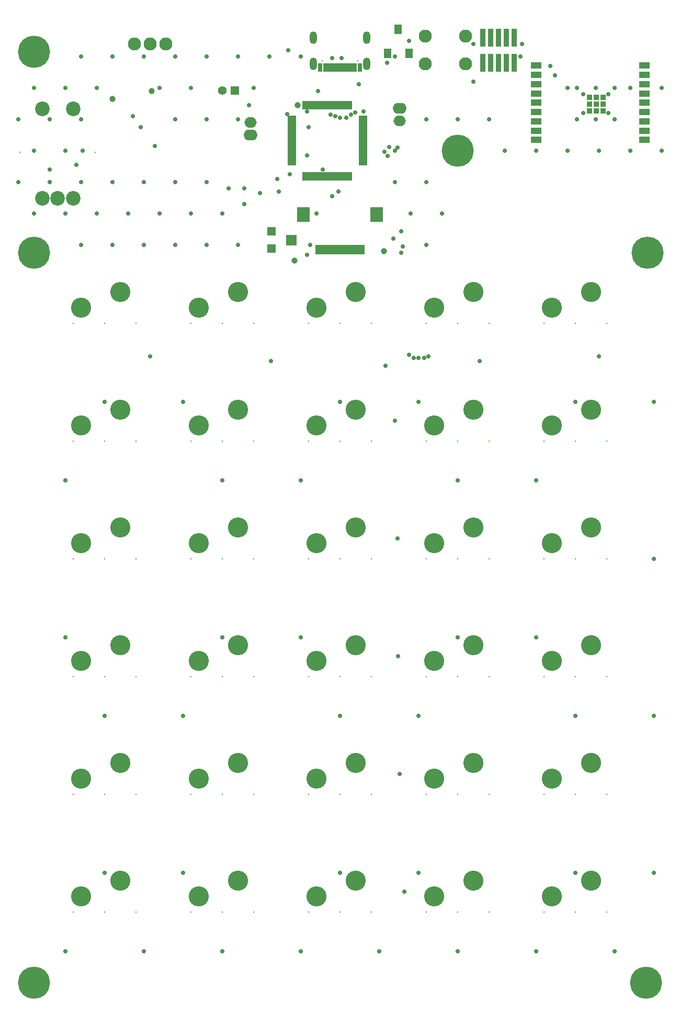
<source format=gts>
G04*
G04 #@! TF.GenerationSoftware,Altium Limited,Altium Designer,22.7.1 (60)*
G04*
G04 Layer_Color=8388736*
%FSLAX25Y25*%
%MOIN*%
G70*
G04*
G04 #@! TF.SameCoordinates,C603BF2E-B12D-4F6D-87B7-6185641273B1*
G04*
G04*
G04 #@! TF.FilePolarity,Negative*
G04*
G01*
G75*
%ADD25R,0.06706X0.04343*%
%ADD26R,0.03556X0.03556*%
%ADD27R,0.07887X0.09461*%
%ADD28R,0.01981X0.05918*%
%ADD29R,0.05524X0.01981*%
%ADD30R,0.01981X0.05524*%
%ADD31R,0.04737X0.05918*%
%ADD32R,0.06706X0.07099*%
%ADD33R,0.05524X0.05524*%
%ADD34R,0.03713X0.11784*%
%ADD35R,0.01981X0.05328*%
%ADD36R,0.03162X0.05328*%
%ADD37C,0.09300*%
%ADD38C,0.00800*%
%ADD39C,0.08300*%
%ADD40C,0.05524*%
%ADD41C,0.12800*%
%ADD42C,0.20485*%
%ADD43O,0.04737X0.07887*%
%ADD44O,0.07800X0.06800*%
%ADD45O,0.08800X0.06800*%
%ADD46C,0.02769*%
%ADD47C,0.03950*%
D25*
X340000Y556835D02*
D03*
Y562740D02*
D03*
Y568646D02*
D03*
Y574551D02*
D03*
Y580457D02*
D03*
Y586362D02*
D03*
Y592268D02*
D03*
Y598173D02*
D03*
Y604079D02*
D03*
X408898Y556835D02*
D03*
Y562740D02*
D03*
Y568646D02*
D03*
Y574551D02*
D03*
Y580457D02*
D03*
Y586362D02*
D03*
Y592268D02*
D03*
Y598173D02*
D03*
Y604079D02*
D03*
D26*
X378228Y579669D02*
D03*
Y575339D02*
D03*
X382559Y575339D02*
D03*
Y579669D02*
D03*
Y584000D02*
D03*
X378228D02*
D03*
X373898D02*
D03*
Y579669D02*
D03*
Y575339D02*
D03*
D27*
X191772Y509185D02*
D03*
X238228D02*
D03*
D28*
X229764Y486941D02*
D03*
X227795D02*
D03*
X225827D02*
D03*
X223858D02*
D03*
X221890D02*
D03*
X219921D02*
D03*
X217953D02*
D03*
X215984D02*
D03*
X214016D02*
D03*
X212047D02*
D03*
X210079D02*
D03*
X208110D02*
D03*
X206142D02*
D03*
X204173D02*
D03*
X202205D02*
D03*
X200236D02*
D03*
D29*
X184221Y541599D02*
D03*
Y543567D02*
D03*
Y545536D02*
D03*
Y547504D02*
D03*
Y549473D02*
D03*
Y551441D02*
D03*
Y553409D02*
D03*
Y555378D02*
D03*
Y557346D02*
D03*
Y559315D02*
D03*
Y561283D02*
D03*
Y563252D02*
D03*
Y565220D02*
D03*
Y567189D02*
D03*
Y569158D02*
D03*
Y571126D02*
D03*
X229496D02*
D03*
Y569158D02*
D03*
Y567189D02*
D03*
Y565220D02*
D03*
Y563252D02*
D03*
Y561283D02*
D03*
Y559315D02*
D03*
Y557346D02*
D03*
Y555378D02*
D03*
Y553409D02*
D03*
Y551441D02*
D03*
Y549473D02*
D03*
Y547504D02*
D03*
Y545536D02*
D03*
Y543567D02*
D03*
Y541599D02*
D03*
D30*
X192095Y579000D02*
D03*
X194063D02*
D03*
X196031D02*
D03*
X198000D02*
D03*
X199969D02*
D03*
X201937D02*
D03*
X203906D02*
D03*
X205874D02*
D03*
X207842D02*
D03*
X209811D02*
D03*
X211779D02*
D03*
X213748D02*
D03*
X215717D02*
D03*
X217685D02*
D03*
X219654D02*
D03*
X221622D02*
D03*
Y533724D02*
D03*
X219654D02*
D03*
X217685D02*
D03*
X215717D02*
D03*
X213748D02*
D03*
X211779D02*
D03*
X209811D02*
D03*
X207842D02*
D03*
X205874D02*
D03*
X203906D02*
D03*
X201937D02*
D03*
X199969D02*
D03*
X198000D02*
D03*
X196031D02*
D03*
X194063D02*
D03*
X192095D02*
D03*
D31*
X245220Y612000D02*
D03*
X259000D02*
D03*
X252110Y627354D02*
D03*
D32*
X184000Y493000D02*
D03*
D33*
X171205Y487488D02*
D03*
Y498512D02*
D03*
X147937Y588354D02*
D03*
D34*
X306000Y622012D02*
D03*
X311000D02*
D03*
X316000D02*
D03*
X321000D02*
D03*
X326000D02*
D03*
Y605988D02*
D03*
X321000D02*
D03*
X316000D02*
D03*
X311000D02*
D03*
X306000D02*
D03*
D35*
X214016Y603043D02*
D03*
X212047D02*
D03*
X210079D02*
D03*
X208110D02*
D03*
X215984D02*
D03*
X217953D02*
D03*
X219921D02*
D03*
X221890D02*
D03*
D36*
X224449D02*
D03*
X227598D02*
D03*
X202402D02*
D03*
X205551D02*
D03*
D37*
X25157Y519472D02*
D03*
X44842D02*
D03*
X35000D02*
D03*
X44842Y576559D02*
D03*
X25157D02*
D03*
D38*
X59016Y549000D02*
D03*
X10984D02*
D03*
X365000Y65000D02*
D03*
X385000D02*
D03*
X345000D02*
D03*
X290000D02*
D03*
X310000D02*
D03*
X270000D02*
D03*
X215000D02*
D03*
X235000D02*
D03*
X195000D02*
D03*
X140000D02*
D03*
X160000D02*
D03*
X120000D02*
D03*
X65000D02*
D03*
X85000D02*
D03*
X45000D02*
D03*
X365000Y140000D02*
D03*
X385000D02*
D03*
X345000D02*
D03*
X290000D02*
D03*
X310000D02*
D03*
X270000D02*
D03*
X215000D02*
D03*
X235000D02*
D03*
X195000D02*
D03*
X140000D02*
D03*
X160000D02*
D03*
X120000D02*
D03*
X65000D02*
D03*
X85000D02*
D03*
X45000D02*
D03*
X365000Y215000D02*
D03*
X385000D02*
D03*
X345000D02*
D03*
X290000D02*
D03*
X310000D02*
D03*
X270000D02*
D03*
X215000D02*
D03*
X235000D02*
D03*
X195000D02*
D03*
X140000D02*
D03*
X160000D02*
D03*
X120000D02*
D03*
X65000D02*
D03*
X85000D02*
D03*
X45000D02*
D03*
X365000Y290000D02*
D03*
X385000D02*
D03*
X345000D02*
D03*
X290000D02*
D03*
X310000D02*
D03*
X270000D02*
D03*
X215000D02*
D03*
X235000D02*
D03*
X195000D02*
D03*
X140000D02*
D03*
X160000D02*
D03*
X120000D02*
D03*
X65000D02*
D03*
X85000D02*
D03*
X45000D02*
D03*
X365000Y365000D02*
D03*
X385000D02*
D03*
X345000D02*
D03*
X290000D02*
D03*
X310000D02*
D03*
X270000D02*
D03*
X215000D02*
D03*
X235000D02*
D03*
X195000D02*
D03*
X140000D02*
D03*
X160000D02*
D03*
X120000D02*
D03*
X65000D02*
D03*
X85000D02*
D03*
X45000D02*
D03*
X365000Y440000D02*
D03*
X385000D02*
D03*
X345000D02*
D03*
X290000D02*
D03*
X310000D02*
D03*
X270000D02*
D03*
X215000D02*
D03*
X235000D02*
D03*
X195000D02*
D03*
X140000D02*
D03*
X160000D02*
D03*
X120000D02*
D03*
X65000D02*
D03*
X85000D02*
D03*
X45000D02*
D03*
X226378Y607276D02*
D03*
X203622D02*
D03*
D39*
X269205Y605142D02*
D03*
X294795D02*
D03*
Y622858D02*
D03*
X269205D02*
D03*
X104000Y618000D02*
D03*
X94000D02*
D03*
X84000D02*
D03*
D40*
X140063Y588354D02*
D03*
D41*
X375000Y85000D02*
D03*
X350000Y75000D02*
D03*
X300000Y85000D02*
D03*
X275000Y75000D02*
D03*
X225000Y85000D02*
D03*
X200000Y75000D02*
D03*
X150000Y85000D02*
D03*
X125000Y75000D02*
D03*
X75000Y85000D02*
D03*
X50000Y75000D02*
D03*
X375000Y160000D02*
D03*
X350000Y150000D02*
D03*
X300000Y160000D02*
D03*
X275000Y150000D02*
D03*
X225000Y160000D02*
D03*
X200000Y150000D02*
D03*
X150000Y160000D02*
D03*
X125000Y150000D02*
D03*
X75000Y160000D02*
D03*
X50000Y150000D02*
D03*
X375000Y235000D02*
D03*
X350000Y225000D02*
D03*
X300000Y235000D02*
D03*
X275000Y225000D02*
D03*
X225000Y235000D02*
D03*
X200000Y225000D02*
D03*
X150000Y235000D02*
D03*
X125000Y225000D02*
D03*
X75000Y235000D02*
D03*
X50000Y225000D02*
D03*
X375000Y310000D02*
D03*
X350000Y300000D02*
D03*
X300000Y310000D02*
D03*
X275000Y300000D02*
D03*
X225000Y310000D02*
D03*
X200000Y300000D02*
D03*
X150000Y310000D02*
D03*
X125000Y300000D02*
D03*
X75000Y310000D02*
D03*
X50000Y300000D02*
D03*
X375000Y385000D02*
D03*
X350000Y375000D02*
D03*
X300000Y385000D02*
D03*
X275000Y375000D02*
D03*
X225000Y385000D02*
D03*
X200000Y375000D02*
D03*
X150000Y385000D02*
D03*
X125000Y375000D02*
D03*
X75000Y385000D02*
D03*
X50000Y375000D02*
D03*
X375000Y460000D02*
D03*
X350000Y450000D02*
D03*
X300000Y460000D02*
D03*
X275000Y450000D02*
D03*
X225000Y460000D02*
D03*
X200000Y450000D02*
D03*
X150000Y460000D02*
D03*
X125000Y450000D02*
D03*
X75000Y460000D02*
D03*
X50000Y450000D02*
D03*
D42*
X290000Y550000D02*
D03*
X20000Y485000D02*
D03*
Y613000D02*
D03*
X411000Y485000D02*
D03*
X410000Y20000D02*
D03*
X20000D02*
D03*
D43*
X232008Y621764D02*
D03*
Y605307D02*
D03*
X197992Y621764D02*
D03*
Y605307D02*
D03*
D44*
X253000Y569063D02*
D03*
X158000Y567937D02*
D03*
D45*
X253000Y576937D02*
D03*
X158000Y560063D02*
D03*
D46*
X420000Y590000D02*
D03*
Y550000D02*
D03*
X400000Y590000D02*
D03*
Y550000D02*
D03*
X380000D02*
D03*
X360000Y590000D02*
D03*
Y550000D02*
D03*
X330000Y610000D02*
D03*
X340000Y550000D02*
D03*
X310000Y570000D02*
D03*
X320000Y550000D02*
D03*
X290000Y570000D02*
D03*
X270000D02*
D03*
Y530000D02*
D03*
X280000Y510000D02*
D03*
X270000Y490000D02*
D03*
X250000Y610000D02*
D03*
Y530000D02*
D03*
X260000Y510000D02*
D03*
X190000Y610000D02*
D03*
X200000Y510000D02*
D03*
X170000Y610000D02*
D03*
X150000D02*
D03*
X160000Y590000D02*
D03*
X150000Y570000D02*
D03*
Y490000D02*
D03*
X130000Y610000D02*
D03*
Y570000D02*
D03*
Y530000D02*
D03*
X140000Y510000D02*
D03*
X130000Y490000D02*
D03*
X110000Y610000D02*
D03*
X120000Y590000D02*
D03*
X110000Y570000D02*
D03*
Y530000D02*
D03*
X120000Y510000D02*
D03*
X110000Y490000D02*
D03*
X90000Y610000D02*
D03*
X100000Y590000D02*
D03*
X90000Y530000D02*
D03*
X100000Y510000D02*
D03*
X90000Y490000D02*
D03*
X70000Y610000D02*
D03*
Y530000D02*
D03*
X80000Y510000D02*
D03*
X70000Y490000D02*
D03*
X50000Y610000D02*
D03*
X60000Y590000D02*
D03*
X50000Y570000D02*
D03*
Y530000D02*
D03*
X60000Y510000D02*
D03*
X50000Y490000D02*
D03*
X40000Y590000D02*
D03*
X30000Y570000D02*
D03*
X40000Y550000D02*
D03*
X30000Y530000D02*
D03*
X40000Y510000D02*
D03*
X20000Y590000D02*
D03*
X10000Y570000D02*
D03*
X20000Y550000D02*
D03*
X10000Y530000D02*
D03*
X20000Y510000D02*
D03*
X51000Y550000D02*
D03*
X47000Y541000D02*
D03*
X30000Y538000D02*
D03*
X183000Y534766D02*
D03*
X390000Y590000D02*
D03*
Y570000D02*
D03*
X386000Y586000D02*
D03*
Y574000D02*
D03*
X378000Y590000D02*
D03*
Y570000D02*
D03*
X370000Y586000D02*
D03*
Y574000D02*
D03*
X366000Y590000D02*
D03*
Y570000D02*
D03*
X196000Y490000D02*
D03*
X249000Y494000D02*
D03*
X254000Y498712D02*
D03*
X349000Y604000D02*
D03*
X352000Y598000D02*
D03*
X300000Y594000D02*
D03*
X97000Y553000D02*
D03*
X88000Y565000D02*
D03*
X83000Y572000D02*
D03*
X157000Y579000D02*
D03*
X182000Y614000D02*
D03*
X243234Y549234D02*
D03*
X255000Y489000D02*
D03*
X254000Y485000D02*
D03*
X194000Y483484D02*
D03*
X210000Y521000D02*
D03*
X214000Y524000D02*
D03*
X194000Y575000D02*
D03*
X415000Y390000D02*
D03*
Y290000D02*
D03*
Y190000D02*
D03*
Y90000D02*
D03*
X390000Y40000D02*
D03*
X365000Y390000D02*
D03*
X340000Y340000D02*
D03*
Y240000D02*
D03*
X365000Y190000D02*
D03*
Y90000D02*
D03*
X340000Y40000D02*
D03*
X290000Y340000D02*
D03*
Y240000D02*
D03*
Y40000D02*
D03*
X265000Y390000D02*
D03*
Y190000D02*
D03*
Y90000D02*
D03*
X240000Y40000D02*
D03*
X215000Y390000D02*
D03*
X190000Y340000D02*
D03*
Y240000D02*
D03*
X215000Y190000D02*
D03*
Y90000D02*
D03*
X190000Y40000D02*
D03*
X140000Y340000D02*
D03*
Y240000D02*
D03*
Y40000D02*
D03*
X115000Y390000D02*
D03*
Y190000D02*
D03*
Y90000D02*
D03*
X90000Y40000D02*
D03*
X65000Y390000D02*
D03*
X40000Y340000D02*
D03*
Y240000D02*
D03*
X65000Y190000D02*
D03*
Y90000D02*
D03*
X40000Y40000D02*
D03*
X216000Y609000D02*
D03*
X210000D02*
D03*
X331000Y618000D02*
D03*
X300000D02*
D03*
X256000Y78000D02*
D03*
X253000Y153000D02*
D03*
X252000Y228000D02*
D03*
X251766Y303000D02*
D03*
X250000Y378000D02*
D03*
X259000Y420000D02*
D03*
X262000Y418000D02*
D03*
X265000D02*
D03*
X171000Y416000D02*
D03*
X244000Y413000D02*
D03*
X271352Y419000D02*
D03*
X268620Y417838D02*
D03*
X94000Y419000D02*
D03*
X304000Y416000D02*
D03*
X380000Y419000D02*
D03*
X227000Y592234D02*
D03*
X230000Y575000D02*
D03*
X201000Y587766D02*
D03*
X181389Y573389D02*
D03*
X195000Y565000D02*
D03*
X219000Y571000D02*
D03*
X209000Y573000D02*
D03*
X215000Y571000D02*
D03*
X212000Y572000D02*
D03*
X224655Y574328D02*
D03*
X221920Y572920D02*
D03*
X194000Y547000D02*
D03*
X175000Y532000D02*
D03*
X154000Y526000D02*
D03*
Y516000D02*
D03*
X204075Y538000D02*
D03*
X144000Y526000D02*
D03*
X176000Y524000D02*
D03*
X164000Y523000D02*
D03*
X245273Y546643D02*
D03*
X246394Y552394D02*
D03*
X251766Y552000D02*
D03*
X249801Y549775D02*
D03*
X259000Y620000D02*
D03*
X245000Y606000D02*
D03*
D47*
X95000Y588000D02*
D03*
X70000Y583000D02*
D03*
X243000Y486000D02*
D03*
X188000Y579000D02*
D03*
X186000Y480000D02*
D03*
M02*

</source>
